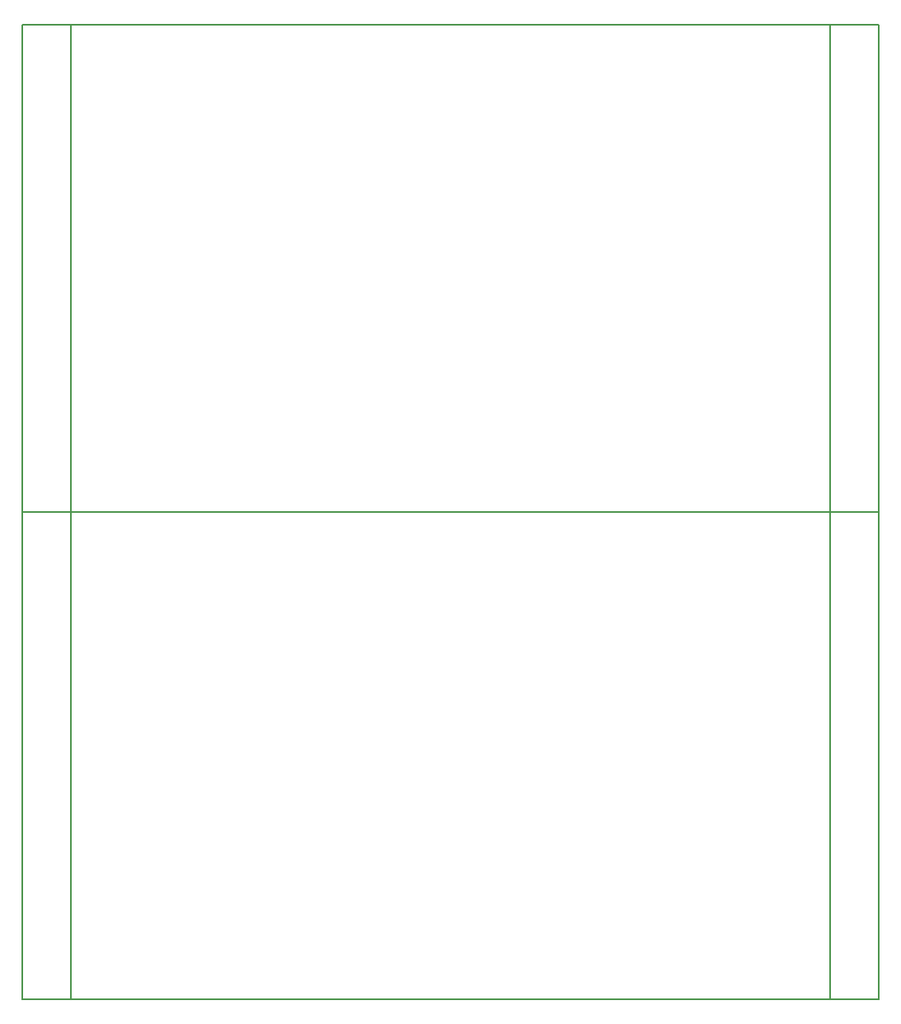
<source format=gm1>
%TF.GenerationSoftware,KiCad,Pcbnew,4.0.5*%
%TF.CreationDate,2018-01-19T21:54:27-07:00*%
%TF.ProjectId,Amplifier and Attenuator Module,416D706C696669657220616E64204174,6*%
%TF.FileFunction,Profile,NP*%
%FSLAX46Y46*%
G04 Gerber Fmt 4.6, Leading zero omitted, Abs format (unit mm)*
G04 Created by KiCad (PCBNEW 4.0.5) date 01/19/18 21:54:27*
%MOMM*%
%LPD*%
G01*
G04 APERTURE LIST*
%ADD10C,0.100000*%
%ADD11C,0.150000*%
G04 APERTURE END LIST*
D10*
D11*
X151840000Y-135270000D02*
X156840000Y-135270000D01*
X156840000Y-185270000D02*
X151840000Y-185270000D01*
X156840000Y-85270000D02*
X156840000Y-185270000D01*
X151840000Y-85270000D02*
X156840000Y-85270000D01*
X73840000Y-135270000D02*
X68840000Y-135270000D01*
X68840000Y-185270000D02*
X73840000Y-185270000D01*
X68840000Y-85270000D02*
X68840000Y-185270000D01*
X73840000Y-85270000D02*
X68840000Y-85270000D01*
X71840000Y-135270000D02*
X153840000Y-135270000D01*
X73840000Y-185270000D02*
X73840000Y-85270000D01*
X151840000Y-185270000D02*
X73840000Y-185270000D01*
X151840000Y-85270000D02*
X151840000Y-185270000D01*
X73840000Y-85270000D02*
X151840000Y-85270000D01*
X73840000Y-85270000D02*
X151840000Y-85270000D01*
M02*

</source>
